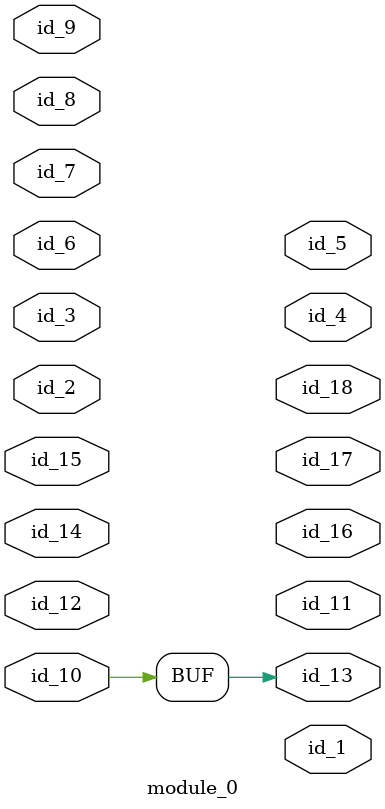
<source format=v>
module module_0 (
    id_1,
    id_2,
    id_3,
    id_4,
    id_5,
    id_6,
    id_7,
    id_8,
    id_9,
    id_10,
    id_11,
    id_12,
    id_13,
    id_14,
    id_15,
    id_16,
    id_17,
    id_18
);
  output id_18;
  output id_17;
  output id_16;
  input id_15;
  inout id_14;
  output id_13;
  inout id_12;
  output id_11;
  inout id_10;
  input id_9;
  input id_8;
  input id_7;
  inout id_6;
  output id_5;
  output id_4;
  inout id_3;
  inout id_2;
  output id_1;
  assign id_13 = id_10;
endmodule
`define pp_18 0

</source>
